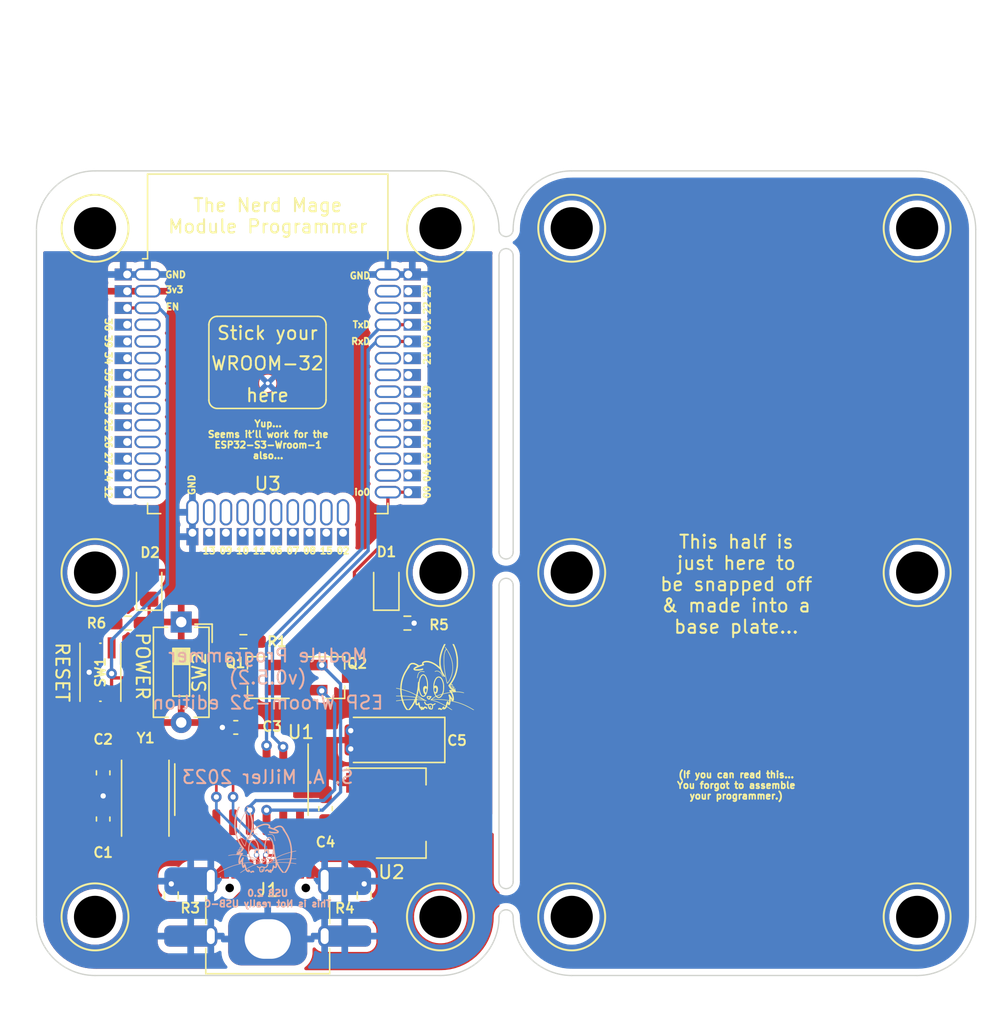
<source format=kicad_pcb>
(kicad_pcb (version 20211014) (generator pcbnew)
  (layers (0 "F.Cu" signal) (31 "B.Cu" signal) (34 "B.Paste" user) (35 "F.Paste" user) (36 "B.SilkS" user "B.Silkscreen") (37 "F.SilkS" user "F.Silkscreen") (38 "B.Mask" user) (39 "F.Mask" user) (44 "Edge.Cuts" user))
  (net 0 "")
  (net 1 "GND")
  (net 2 "Net-(C1-Pad1)")
  (net 3 "Net-(C2-Pad1)")
  (net 4 "RxD")
  (net 5 "TxD")
  (net 6 "RST")
  (net 7 "io0")
  (net 8 "DCD")
  (net 9 "RI")
  (net 10 "DSR")
  (net 11 "CTS")
  (net 12 "DTR")
  (net 13 "RTS")
  (net 14 "Vcc")
  (net 15 "UD+")
  (net 16 "UD-")
  (net 17 "+3.3V")
  (net 20 "Vsw")
  (net 23 "CC1")
  (net 24 "CC2")
  (net 25 "Net-(D1-Pad1)")
  (net 26 "Net-(D2-Pad1)")
  (footprint "Tinker:Mount" (layer "F.Cu") (at 163.108 67.919546)
    (fp_text reference "REF**" hide)
    (fp_text value "Mount" hide)
    (pad "" np_thru_hole circle (at 0 0) (size 3.2 3.2) (drill 3.2) (layers *.Mask))
  )
  (footprint "Tinker:C_0603_1608Metric_Pad1.08x0.95mm_HandSolder" (layer "F.Cu") (at 137.51 109.217455 -90)
    (fp_text reference "C2" (at -2.54 0) (layer "F.SilkS") (effects (font (size 0.75 0.75))))
    (fp_text value "20p")
    (pad "1" smd roundrect (at -1.0625 0 270) (size 1.275 0.95) (layers "F.Cu" "F.Paste" "F.Mask") (net 3 "Net-(C2-Pad1)"))
    (pad "2" smd roundrect (at 1.0625 0 270) (size 1.275 0.95) (layers "F.Cu" "F.Paste" "F.Mask") (net 1 "GND"))
  )
  (footprint "Capacitor_Tantalum_SMD:CP_EIA-6032-28_Kemet-C_Pad2.25x2.35mm_HandSolder" (layer "F.Cu") (at 159.505545 106.722019 180)
    (fp_text reference "C5" (at -4.857981 -0.04394) (layer "F.SilkS") (effects (font (size 0.75 0.75))))
    (fp_text value "22uf")
    (pad "1" smd roundrect (at -2.55 0 180) (size 2.25 2.35) (layers "F.Cu" "F.Paste" "F.Mask") (roundrect_rratio 0.1111111111) (net 17 "+3.3V"))
    (pad "2" smd roundrect (at 2.55 0 180) (size 2.25 2.35) (layers "F.Cu" "F.Paste" "F.Mask") (roundrect_rratio 0.1111111111) (net 1 "GND"))
  )
  (footprint "Tinker:Mount" (layer "F.Cu") (at 136.892 120.139455)
    (fp_text reference "REF**" hide)
    (fp_text value "Mount" hide)
    (pad "" np_thru_hole circle (at 0 0) (size 3.2 3.2) (drill 3.2) (layers *.Mask))
  )
  (footprint "Tinker:USB_C_Receptacle_HRO_TYPE-C-31-M-12" (layer "F.Cu") (at 150 120.547455)
    (fp_text reference "J1" (at 0 -2.44) (layer "F.SilkS"))
    (fp_text value "USB_C_Receptacle_USB2.0")
    (pad "" np_thru_hole circle (at -2.89 -2.6) (size 0.65 0.65) (drill 0.65) (layers *.Mask))
    (pad "" np_thru_hole circle (at 2.89 -2.6) (size 0.65 0.65) (drill 0.65) (layers *.Mask))
    (pad "A1" smd rect (at -3.25 -4.045) (size 0.6 1.45) (layers "F.Cu" "F.Paste" "F.Mask") (net 1 "GND"))
    (pad "A4" smd rect (at -2.45 -4.045) (size 0.6 1.45) (layers "F.Cu" "F.Paste" "F.Mask") (net 14 "Vcc"))
    (pad "A5" smd rect (at -1.25 -4.045) (size 0.3 1.45) (layers "F.Cu" "F.Paste" "F.Mask") (net 23 "CC1"))
    (pad "A6" smd rect (at -0.25 -4.045) (size 0.3 1.45) (layers "F.Cu" "F.Paste" "F.Mask") (net 15 "UD+"))
    (pad "A7" smd rect (at 0.25 -4.045) (size 0.3 1.45) (layers "F.Cu" "F.Paste" "F.Mask") (net 16 "UD-"))
    (pad "A8" smd rect (at 1.25 -4.045) (size 0.3 1.45) (layers "F.Cu" "F.Paste" "F.Mask"))
    (pad "A9" smd rect (at 2.45 -4.045) (size 0.6 1.45) (layers "F.Cu" "F.Paste" "F.Mask") (net 14 "Vcc"))
    (pad "A12" smd rect (at 3.25 -4.045) (size 0.6 1.45) (layers "F.Cu" "F.Paste" "F.Mask") (net 1 "GND"))
    (pad "B1" smd rect (at 3.25 -4.045) (size 0.6 1.45) (layers "F.Cu" "F.Paste" "F.Mask") (net 1 "GND"))
    (pad "B4" smd rect (at 2.45 -4.045) (size 0.6 1.45) (layers "F.Cu" "F.Paste" "F.Mask") (net 14 "Vcc"))
    (pad "B5" smd rect (at 1.75 -4.045) (size 0.3 1.45) (layers "F.Cu" "F.Paste" "F.Mask") (net 24 "CC2"))
    (pad "B6" smd rect (at 0.75 -4.045) (size 0.3 1.45) (layers "F.Cu" "F.Paste" "F.Mask") (net 15 "UD+"))
    (pad "B7" smd rect (at -0.75 -4.045) (size 0.3 1.45) (layers "F.Cu" "F.Paste" "F.Mask") (net 16 "UD-"))
    (pad "B8" smd rect (at -1.75 -4.045) (size 0.3 1.45) (layers "F.Cu" "F.Paste" "F.Mask"))
    (pad "B9" smd rect (at -2.45 -4.045) (size 0.6 1.45) (layers "F.Cu" "F.Paste" "F.Mask") (net 14 "Vcc"))
    (pad "B12" smd rect (at -3.25 -4.045) (size 0.6 1.45) (layers "F.Cu" "F.Paste" "F.Mask") (net 1 "GND"))
    (pad "S1" smd roundrect (at -5.846965 -3.118205) (size 4 2.1) (layers "B.Cu" "B.Paste" "B.Mask") (net 1 "GND"))
    (pad "S1" thru_hole oval (at 4.32 -3.13) (size 1 2.1) (drill oval 0.6 1.7) (layers *.Cu *.Mask) (net 1 "GND"))
    (pad "S1" smd roundrect (at 5.096965 -3.118205) (size 2.5 2.1) (layers "F.Cu" "F.Paste" "F.Mask") (net 1 "GND"))
    (pad "S1" smd roundrect (at -5.846965 1.05) (size 4 1.6) (layers "F.Cu" "F.Paste" "F.Mask") (net 1 "GND"))
    (pad "S1" smd roundrect (at -5.846965 1.05) (size 4 1.6) (layers "B.Cu" "B.Paste" "B.Mask") (net 1 "GND"))
    (pad "S1" thru_hole oval (at 4.32 1.05) (size 1 1.6) (drill oval 0.6 1.2) (layers *.Cu *.Mask) (net 1 "GND"))
    (pad "S1" thru_hole oval (at -4.32 1.05) (size 1 1.6) (drill oval 0.6 1.2) (layers *.Cu *.Mask) (net 1 "GND"))
    (pad "S1" thru_hole oval (at -4.32 -3.13) (size 1 2.1) (drill oval 0.6 1.7) (layers *.Cu *.Mask) (net 1 "GND"))
    (pad "S1" smd roundrect (at 5.846965 1.05) (size 4 1.6) (layers "B.Cu" "B.Paste" "B.Mask") (net 1 "GND"))
    (pad "S1" smd roundrect (at 5.846965 1.05) (size 4 1.6) (layers "F.Cu" "F.Paste" "F.Mask") (net 1 "GND"))
    (pad "S1" thru_hole roundrect (at 0 1.27 180) (size 6 4) (drill oval 3.5 3) (layers *.Cu *.Mask) (net 1 "GND"))
    (pad "S1" smd roundrect (at 5.846965 -3.118205) (size 4 2.1) (layers "B.Cu" "B.Paste" "B.Mask") (net 1 "GND"))
    (pad "S1" smd roundrect (at -5.096965 -3.118205) (size 2.5 2.1) (layers "F.Cu" "F.Paste" "F.Mask") (net 1 "GND"))
  )
  (footprint "Tinker:Mount" (layer "F.Cu") (at 199.288 94.029455)
    (fp_text reference "REF**" hide)
    (fp_text value "Mount" hide)
    (pad "" np_thru_hole circle (at 0 0) (size 3.2 3.2) (drill 3.2) (layers *.Mask))
  )
  (footprint "Tinker:Mount" (layer "F.Cu") (at 163.108 120.139455)
    (fp_text reference "REF**" hide)
    (fp_text value "Mount" hide)
    (pad "" np_thru_hole circle (at 0 0) (size 3.2 3.2) (drill 3.2) (layers *.Mask))
  )
  (footprint "Crystal:Crystal_SMD_5032-2Pin_5.0x3.2mm" (layer "F.Cu") (at 140.706663 110.967455 90)
    (fp_text reference "Y1" (at 4.39 0.031943) (layer "F.SilkS") (effects (font (size 0.75 0.75))))
    (fp_text value "12M")
    (pad "1" smd rect (at -2.35 0 90) (size 3 2.4) (layers "F.Cu" "F.Paste" "F.Mask") (net 2 "Net-(C1-Pad1)"))
    (pad "2" smd rect (at 2.35 0 90) (size 3 2.4) (layers "F.Cu" "F.Paste" "F.Mask") (net 3 "Net-(C2-Pad1)"))
  )
  (footprint "Tinker:Mount" (layer "F.Cu") (at 173.072 120.139455)
    (fp_text reference "REF**" hide)
    (fp_text value "Mount" hide)
    (pad "" np_thru_hole circle (at 0 0) (size 3.2 3.2) (drill 3.2) (layers *.Mask))
  )
  (footprint "Package_TO_SOT_SMD:SOT-23_Handsoldering" (layer "F.Cu") (at 149.221453 101.990491 180)
    (fp_text reference "Q1" (at 1.674448 1.113434) (layer "F.SilkS") (effects (font (size 0.75 0.75))))
    (fp_text value "MMBT3904")
    (pad "1" smd rect (at -1.5 -0.95 180) (size 1.9 0.8) (layers "F.Cu" "F.Paste" "F.Mask") (net 12 "DTR"))
    (pad "2" smd rect (at -1.5 0.95 180) (size 1.9 0.8) (layers "F.Cu" "F.Paste" "F.Mask") (net 13 "RTS"))
    (pad "3" smd rect (at 1.5 0 180) (size 1.9 0.8) (layers "F.Cu" "F.Paste" "F.Mask") (net 6 "RST"))
  )
  (footprint "Tinker:R_0603_1608Metric_Pad0.98x0.95mm_HandSolder" (layer "F.Cu") (at 142.68 118.507455 90)
    (fp_text reference "R3" (at -0.9668 1.439812) (layer "F.SilkS") (effects (font (size 0.75 0.75))))
    (fp_text value "5k1")
    (pad "1" smd roundrect (at -1.0625 0 90) (size 1.275 0.95) (layers "F.Cu" "F.Paste" "F.Mask") (net 23 "CC1"))
    (pad "2" smd roundrect (at 1.0625 0 90) (size 1.275 0.95) (layers "F.Cu" "F.Paste" "F.Mask") (net 1 "GND"))
  )
  (footprint "Tinker:R_0603_1608Metric_Pad0.98x0.95mm_HandSolder" (layer "F.Cu") (at 157.32 118.507455 90)
    (fp_text reference "R4" (at -0.979818 -1.470937) (layer "F.SilkS") (effects (font (size 0.75 0.75))))
    (fp_text value "5k1")
    (pad "1" smd roundrect (at -1.0625 0 90) (size 1.275 0.95) (layers "F.Cu" "F.Paste" "F.Mask") (net 24 "CC2"))
    (pad "2" smd roundrect (at 1.0625 0 90) (size 1.275 0.95) (layers "F.Cu" "F.Paste" "F.Mask") (net 1 "GND"))
  )
  (footprint "Tinker:Mount" (layer "F.Cu") (at 136.892 94.029455)
    (fp_text reference "REF**" hide)
    (fp_text value "Mount" hide)
    (pad "" np_thru_hole circle (at 0 0) (size 3.2 3.2) (drill 3.2) (layers *.Mask))
  )
  (footprint "Tinker:SW_DIP_SPSTx01_Slide_6.7x4.1mm_W7.62mm_P2.54mm_LowProfile" (layer "F.Cu") (at 143.433 101.590491 -90)
    (fp_text reference "SW2" (at 0.009624 -1.373823 90) (layer "F.SilkS"))
    (fp_text value "SW_DIP_x01")
    (pad "1" thru_hole rect (at -3.81 0 270) (size 1.6 1.6) (drill 0.8) (layers *.Cu *.Mask) (net 20 "Vsw"))
    (pad "2" thru_hole oval (at 3.81 0 270) (size 1.6 1.6) (drill 0.8) (layers *.Cu *.Mask) (net 17 "+3.3V"))
  )
  (footprint "Tinker:C_0603_1608Metric_Pad1.08x0.95mm_HandSolder" (layer "F.Cu") (at 154.387518 111.930933 90)
    (fp_text reference "C4" (at -2.54 0) (layer "F.SilkS") (effects (font (size 0.75 0.75))))
    (fp_text value "100nf")
    (pad "1" smd roundrect (at -1.0625 0 90) (size 1.275 0.95) (layers "F.Cu" "F.Paste" "F.Mask") (net 14 "Vcc"))
    (pad "2" smd roundrect (at 1.0625 0 90) (size 1.275 0.95) (layers "F.Cu" "F.Paste" "F.Mask") (net 1 "GND"))
  )
  (footprint "Package_SO:SOIC-16_3.9x9.9mm_P1.27mm" (layer "F.Cu") (at 148.005 110.487455 -90)
    (fp_text reference "U1" (at -4.358951 -4.515147) (layer "F.SilkS"))
    (fp_text value "CH340G")
    (pad "1" smd roundrect (at -2.475 -4.445 270) (size 1.95 0.6) (layers "F.Cu" "F.Paste" "F.Mask") (net 1 "GND"))
    (pad "2" smd roundrect (at -2.475 -3.175 270) (size 1.95 0.6) (layers "F.Cu" "F.Paste" "F.Mask") (net 4 "RxD"))
    (pad "3" smd roundrect (at -2.475 -1.905 270) (size 1.95 0.6) (layers "F.Cu" "F.Paste" "F.Mask") (net 5 "TxD"))
    (pad "4" smd roundrect (at -2.475 -0.635 270) (size 1.95 0.6) (layers "F.Cu" "F.Paste" "F.Mask") (net 17 "+3.3V"))
    (pad "5" smd roundrect (at -2.475 0.635 270) (size 1.95 0.6) (layers "F.Cu" "F.Paste" "F.Mask") (net 15 "UD+"))
    (pad "6" smd roundrect (at -2.475 1.905 270) (size 1.95 0.6) (layers "F.Cu" "F.Paste" "F.Mask") (net 16 "UD-"))
    (pad "7" smd roundrect (at -2.475 3.175 270) (size 1.95 0.6) (layers "F.Cu" "F.Paste" "F.Mask") (net 2 "Net-(C1-Pad1)"))
    (pad "8" smd roundrect (at -2.475 4.445 270) (size 1.95 0.6) (layers "F.Cu" "F.Paste" "F.Mask") (net 3 "Net-(C2-Pad1)"))
    (pad "9" smd roundrect (at 2.475 4.445 270) (size 1.95 0.6) (layers "F.Cu" "F.Paste" "F.Mask") (net 11 "CTS"))
    (pad "10" smd roundrect (at 2.475 3.175 270) (size 1.95 0.6) (layers "F.Cu" "F.Paste" "F.Mask") (net 10 "DSR"))
    (pad "11" smd roundrect (at 2.475 1.905 270) (size 1.95 0.6) (layers "F.Cu" "F.Paste" "F.Mask") (net 9 "RI"))
    (pad "12" smd roundrect (at 2.475 0.635 270) (size 1.95 0.6) (layers "F.Cu" "F.Paste" "F.Mask") (net 8 "DCD"))
    (pad "13" smd roundrect (at 2.475 -0.635 270) (size 1.95 0.6) (layers "F.Cu" "F.Paste" "F.Mask") (net 12 "DTR"))
    (pad "14" smd roundrect (at 2.475 -1.905 270) (size 1.95 0.6) (layers "F.Cu" "F.Paste" "F.Mask") (net 13 "RTS"))
    (pad "15" smd roundrect (at 2.475 -3.175 270) (size 1.95 0.6) (layers "F.Cu" "F.Paste" "F.Mask"))
    (pad "16" smd roundrect (at 2.475 -4.445 270) (size 1.95 0.6) (layers "F.Cu" "F.Paste" "F.Mask") (net 14 "Vcc"))
  )
  (footprint "Tinker:R_0603_1608Metric_Pad0.98x0.95mm_HandSolder" (layer "F.Cu") (at 160.6 97.862287)
    (fp_text reference "R5" (at 2.4 0.134539 180) (layer "F.SilkS") (effects (font (size 0.75 0.75))))
    (fp_text value "2K2")
    (pad "1" smd roundrect (at -1.0625 0) (size 1.275 0.95) (layers "F.Cu" "F.Paste" "F.Mask") (net 25 "Net-(D1-Pad1)"))
    (pad "2" smd roundrect (at 1.0625 0) (size 1.275 0.95) (layers "F.Cu" "F.Paste" "F.Mask") (net 1 "GND"))
  )
  (footprint "Rabbit:rabbit" (layer "F.Cu") (at 163.073996 101.952784)
    (fp_text reference "G***" hide)
    (fp_text value "LOGO" hide)
  )
  (footprint "Tinker:Mount" (layer "F.Cu") (at 173.072 67.919546)
    (fp_text reference "REF**" hide)
    (fp_text value "Mount" hide)
    (pad "" np_thru_hole circle (at 0 0) (size 3.2 3.2) (drill 3.2) (layers *.Mask))
  )
  (footprint "Tinker:Mount" (layer "F.Cu") (at 173.072 94.029455)
    (fp_text reference "REF**" hide)
    (fp_text value "Mount" hide)
    (pad "" np_thru_hole circle (at 0 0) (size 3.2 3.2) (drill 3.2) (layers *.Mask))
  )
  (footprint "Tinker:SW_Push_TS273014TP" (layer "F.Cu") (at 137.3 101.590491 -90)
    (fp_text reference "SW1" (at 0 0 90) (layer "F.SilkS") (effects (font (size 0.75 0.75))))
    (fp_text value "SW_Push")
    (pad "1" smd rect (at -1.85 -0.85 270) (size 1.6 0.6) (layers "F.Cu" "F.Paste" "F.Mask") (net 6 "RST"))
    (pad "1" smd rect (at 1.85 -0.85 270) (size 1.6 0.6) (layers "F.Cu" "F.Paste" "F.Mask") (net 6 "RST"))
    (pad "2" smd rect (at -1.85 0.85 270) (size 1.6 0.6) (layers "F.Cu" "F.Paste" "F.Mask") (net 1 "GND"))
    (pad "2" smd rect (at 1.85 0.85 270) (size 1.6 0.6) (layers "F.Cu" "F.Paste" "F.Mask") (net 1 "GND"))
  )
  (footprint "Tinker:Mount" (layer "F.Cu") (at 136.892 67.919546)
    (fp_text reference "REF**" hide)
    (fp_text value "Mount" hide)
    (pad "" np_thru_hole circle (at 0 0) (size 3.2 3.2) (drill 3.2) (layers *.Mask))
  )
  (footprint "Package_TO_SOT_SMD:SOT-23_Handsoldering" (layer "F.Cu") (at 155.08 101.994172)
    (fp_text reference "Q2" (at 1.710332 -1.073861) (layer "F.SilkS") (effects (font (size 0.75 0.75))))
    (fp_text value "MMBT3904")
    (pad "1" smd rect (at -1.5 -0.95) (size 1.9 0.8) (layers "F.Cu" "F.Paste" "F.Mask") (net 13 "RTS"))
    (pad "2" smd rect (at -1.5 0.95) (size 1.9 0.8) (layers "F.Cu" "F.Paste" "F.Mask") (net 12 "DTR"))
    (pad "3" smd rect (at 1.5 0) (size 1.9 0.8) (layers "F.Cu" "F.Paste" "F.Mask") (net 7 "io0"))
  )
  (footprint "Tinker:R_0603_1608Metric_Pad0.98x0.95mm_HandSolder" (layer "F.Cu") (at 139.4 97.862287 180)
    (fp_text reference "R6" (at 2.4 -0.00632 180) (layer "F.SilkS") (effects (font (size 0.75 0.75))))
    (fp_text value "2K2")
    (pad "1" smd roundrect (at -1.0625 0 180) (size 1.275 0.95) (layers "F.Cu" "F.Paste" "F.Mask") (net 26 "Net-(D2-Pad1)"))
    (pad "2" smd roundrect (at 1.0625 0 180) (size 1.275 0.95) (layers "F.Cu" "F.Paste" "F.Mask") (net 1 "GND"))
  )
  (footprint "Tinker:Mount" (layer "F.Cu") (at 199.288 67.919546)
    (fp_text reference "REF**" hide)
    (fp_text value "Mount" hide)
    (pad "" np_thru_hole circle (at 0 0) (size 3.2 3.2) (drill 3.2) (layers *.Mask))
  )
  (footprint "LED_SMD:LED_0805_2012Metric_Pad1.15x1.40mm_HandSolder" (layer "F.Cu") (at 159 95.025 90)
    (fp_text reference "D1" (at 2.560701 0.00966) (layer "F.SilkS") (effects (font (size 0.75 0.75))))
    (fp_text value "LED")
    (pad "1" smd roundrect (at -1.025 0 90) (size 1.15 1.4) (layers "F.Cu" "F.Paste" "F.Mask") (roundrect_rratio 0.2173913043) (net 25 "Net-(D1-Pad1)"))
    (pad "2" smd roundrect (at 1.025 0 90) (size 1.15 1.4) (layers "F.Cu" "F.Paste" "F.Mask") (roundrect_rratio 0.2173913043) (net 17 "+3.3V"))
  )
  (footprint "Tinker:C_0603_1608Metric_Pad1.08x0.95mm_HandSolder" (layer "F.Cu") (at 137.51 112.717455 90)
    (fp_text reference "C1" (at -2.54 0) (layer "F.SilkS") (effects (font (size 0.75 0.75))))
    (fp_text value "20p")
    (pad "1" smd roundrect (at -1.0625 0 90) (size 1.275 0.95) (layers "F.Cu" "F.Paste" "F.Mask") (net 2 "Net-(C1-Pad1)"))
    (pad "2" smd roundrect (at 1.0625 0 90) (size 1.275 0.95) (layers "F.Cu" "F.Paste" "F.Mask") (net 1 "GND"))
  )
  (footprint "LED_SMD:LED_0805_2012Metric_Pad1.15x1.40mm_HandSolder" (layer "F.Cu") (at 141 95.025 90)
    (fp_text reference "D2" (at 2.511709 0.071764 180) (layer "F.SilkS") (effects (font (size 0.75 0.75))))
    (fp_text value "LED")
    (pad "1" smd roundrect (at -1.025 0 90) (size 1.15 1.4) (layers "F.Cu" "F.Paste" "F.Mask") (roundrect_rratio 0.2173913043) (net 26 "Net-(D2-Pad1)"))
    (pad "2" smd roundrect (at 1.025 0 90) (size 1.15 1.4) (layers "F.Cu" "F.Paste" "F.Mask") (roundrect_rratio 0.2173913043) (net 20 "Vsw"))
  )
  (footprint "Tinker:Mount" (layer "F.Cu") (at 199.288 120.139455)
    (fp_text reference "REF**" hide)
    (fp_text value "Mount" hide)
    (pad "" np_thru_hole circle (at 0 0) (size 3.2 3.2) (drill 3.2) (layers *.Mask))
  )
  (footprint "Package_TO_SOT_SMD:SOT-223-3_TabPin2" (layer "F.Cu") (at 160.105545 112.273364)
    (fp_text reference "U2" (at -0.711477 4.476729) (layer "F.SilkS"))
    (fp_text value "AMS1117-3.3")
    (pad "1" smd rect (at -3.15 -2.3) (size 2 1.5) (layers "F.Cu" "F.Paste" "F.Mask") (net 1 "GND"))
    (pad "2" smd rect (at -3.15 0) (size 2 1.5) (layers "F.Cu" "F.Paste" "F.Mask") (net 17 "+3.3V"))
    (pad "2" smd rect (at 3.15 0) (size 2 3.8) (layers "F.Cu" "F.Paste" "F.Mask") (net 17 "+3.3V"))
    (pad "3" smd rect (at -3.15 2.3) (size 2 1.5) (layers "F.Cu" "F.Paste" "F.Mask") (net 14 "Vcc"))
  )
  (footprint "Tinker:C_0603_1608Metric_Pad1.08x0.95mm_HandSolder" (layer "F.Cu") (at 147.57359 105.77372 180)
    (fp_text reference "C3" (at -2.75772 0.06892) (layer "F.SilkS") (effects (font (size 0.75 0.75))))
    (fp_text value "10nf")
    (pad "1" smd roundrect (at -1.0625 0 180) (size 1.275 0.95) (layers "F.Cu" "F.Paste" "F.Mask") (net 17 "+3.3V"))
    (pad "2" smd roundrect (at 1.0625 0 180) (size 1.275 0.95) (layers "F.Cu" "F.Paste" "F.Mask") (net 1 "GND"))
  )
  (footprint "Tinker:ESP32-WROOM-32 (FlexyPin)" (layer "F.Cu") (at 150 79.68)
    (fp_text reference "U3" (at 0 7.62) (layer "F.SilkS"))
    (fp_text value "ESP32-WROOM-32")
    (fp_text user "14" (at -12.1 6.985 270 unlocked) (layer "F.SilkS") (effects (font (size 0.5 0.5) (thickness 0.125))))
    (fp_text user "EN" (at -7.793853 -5.805602) (layer "F.SilkS") (effects (font (size 0.5 0.5) (thickness 0.125)) (justify left)))
    (fp_text user "33" (at -12.1 1.905 270 unlocked) (layer "F.SilkS") (effects (font (size 0.5 0.5) (thickness 0.125))))
    (fp_text user "01" (at 12.1 -4.445 90 unlocked) (layer "F.SilkS") (effects (font (size 0.5 0.5) (thickness 0.125))))
    (fp_text user "04" (at 12.1 6.985 90 unlocked) (layer "F.SilkS") (effects (font (size 0.5 0.5) (thickness 0.125))))
    (fp_text user "36" (at -12.1 -4.445 270 unlocked) (layer "F.SilkS") (effects (font (size 0.5 0.5) (thickness 0.125))))
    (fp_text user "19" (at 12.1 0.635 90 unlocked) (layer "F.SilkS") (effects (font (size 0.5 0.5) (thickness 0.125))))
    (fp_text user "27" (at -12.1 5.715 270 unlocked) (layer "F.SilkS") (effects (font (size 0.5 0.5) (thickness 0.125))))
    (fp_text user "21" (at 12.1 -1.905 90 unlocked) (layer "F.SilkS") (effects (font (size 0.5 0.5) (thickness 0.125))))
    (fp_text user "39" (at -12.1 -3.175 270 unlocked) (layer "F.SilkS") (effects (font (size 0.5 0.5) (thickness 0.125))))
    (fp_text user "17" (at 12.1 4.445 90 unlocked) (layer "F.SilkS") (effects (font (size 0.5 0.5) (thickness 0.125))))
    (fp_text user "here" (at -0.020096 0.905001 unlocked) (layer "F.SilkS"))
    (fp_text user "03" (at 12.1 -3.175 90 unlocked) (layer "F.SilkS") (effects (font (size 0.5 0.5) (thickness 0.125))))
    (fp_text user "WROOM-32" (at -0.020096 -1.507597 unlocked) (layer "F.SilkS"))
    (fp_text user "15" (at 4.445 12.7 unlocked) (layer "F.SilkS") (effects (font (size 0.5 0.5) (thickness 0.125))))
    (fp_text user "3v3" (at -7.834362 -7.101881) (layer "F.SilkS") (effects (font (size 0.5 0.5) (thickness 0.125)) (justify left)))
    (fp_text user "34" (at -12.1 -1.905 270 unlocked) (layer "F.SilkS") (effects (font (size 0.5 0.5) (thickness 0.125))))
    (fp_text user "26" (at -12.1 4.445 270 unlocked) (layer "F.SilkS") (effects (font (size 0.5 0.5) (thickness 0.125))))
    (fp_text user "11" (at -0.635 12.7 unlocked) (layer "F.SilkS") (effects (font (size 0.5 0.5) (thickness 0.125))))
    (fp_text user "32" (at -12.1 0.635 270 unlocked) (layer "F.SilkS") (effects (font (size 0.5 0.5) (thickness 0.125))))
    (fp_text user "35" (at -12.1 -0.635 270 unlocked) (layer "F.SilkS") (effects (font (size 0.5 0.5) (thickness 0.125))))
    (fp_text user "io0" (at 7.834362 8.255 180) (layer "F.SilkS") (effects (font (size 0.5 0.5) (thickness 0.125)) (justify right)))
    (fp_text user "08" (at 3.175 12.7 unlocked) (layer "F.SilkS") (effects (font (size 0.5 0.5) (thickness 0.125))))
    (fp_text user "06" (at 0.635 12.7 unlocked) (layer "F.SilkS") (effects (font (size 0.5 0.5) (thickness 0.125))))
    (fp_text user "00" (at 12.1 8.255 90 unlocked) (layer "F.SilkS") (effects (font (size 0.5 0.5) (thickness 0.125))))
    (fp_text user "09" (at -3.175 12.7 unlocked) (layer "F.SilkS") (effects (font (size 0.5 0.5) (thickness 0.125))))
    (fp_text user "13" (at -4.445 12.7 unlocked) (layer "F.SilkS") (effects (font (size 0.5 0.5) (thickness 0.125))))
    (fp_text user "22" (at 12.1 -5.715 90 unlocked) (layer "F.SilkS") (effects (font (size 0.5 0.5) (thickness 0.125))))
    (fp_text user "GND" (at -7.834362 -8.236124) (layer "F.SilkS") (effects (font (size 0.5 0.5) (thickness 0.125)) (justify left)))
    (fp_text user "TxD" (at 7.834362 -4.450617) (layer "F.SilkS") (effects (font (size 0.5 0.5) (thickness 0.125)) (justify right)))
    (fp_text user "10" (at -1.905 12.7 unlocked) (layer "F.SilkS") (effects (font (size 0.5 0.5) (thickness 0.125))))
    (fp_text user "18" (at 12.1 1.905 90 unlocked) (layer "F.SilkS") (effects (font (size 0.5 0.5) (thickness 0.125))))
    (fp_text user "Stick your" (at -0.020096 -3.81 unlocked) (layer "F.SilkS"))
    (fp_text user "23" (at 12.1 -6.985 90 unlocked) (layer "F.SilkS") (effects (font (size 0.5 0.5) (thickness 0.125))))
    (fp_text user "07" (at 1.905 12.7 unlocked) (layer "F.SilkS") (effects (font (size 0.5 0.5) (thickness 0.125))))
    (fp_text user "GND" (at -5.758591 8.537446 90) (layer "F.SilkS") (effects (font (size 0.5 0.5) (thickness 0.125)) (justify left)))
    (fp_text user "16" (at 12.1 5.715 90 unlocked) (layer "F.SilkS") (effects (font (size 0.5 0.5) (thickness 0.125))))
    (fp_text user "02" (at 5.715 12.7 unlocked) (layer "F.SilkS") (effects (font (size 0.5 0.5) (thickness 0.125))))
    (fp_text user "25" (at -12.1 3.175 270 unlocked) (layer "F.SilkS") (effects (font (size 0.5 0.5) (thickness 0.125))))
    (fp_text user "GND" (at 7.847797 -8.159455) (layer "F.SilkS") (effects (font (size 0.5 0.5) (thickness 0.125)) (justify right)))
    (fp_text user "RxD" (at 7.834362 -3.180617) (layer "F.SilkS") (effects (font (size 0.5 0.5) (thickness 0.125)) (justify right)))
    (fp_text user "12" (at -12.1 8.255 270 unlocked) (layer "F.SilkS") (effects (font (size 0.5 0.5) (thickness 0.125))))
    (fp_text user "05" (at 12.1 3.175 90 unlocked) (layer "F.SilkS") (effects (font (size 0.5 0.5) (thickness 0.125))))
    (pad "" thru_hole oval (at 3.175 9.78 90) (size 2 0.95) (drill oval 1.7 0.65) (layers *.Cu *.Mask))
    (pad "" thru_hole oval (at 9.12 1.905 180) (size 2 0.95) (drill oval 1.7 0.65) (layers *.Cu *.Mask))
    (pad "" thru_hole oval (at 9.12 0.635 180) (size 2 0.95) (drill oval 1.7 0.65) (layers *.Cu *.Mask))
    (pad "" thru_hole oval (at 5.715 9.78 90) (size 2 0.95) (drill oval 1.7 0.65) (layers *.Cu *.Mask))
    (pad "" thru_hole oval (at 9.12 -1.905 180) (size 2 0.95) (drill oval 1.7 0.65) (layers *.Cu *.Mask))
    (pad "" thru_hole oval (at 9.12 -0.635 180) (size 2 0.95) (drill oval 1.7 0.65) (layers *.Cu *.Mask))
    (pad "" thru_hole oval (at 9.12 -5.715 180) (size 2 0.95) (drill oval 1.7 0.65) (layers *.Cu *.Mask))
    (pad "" thru_hole oval (at -0.635 9.78 90) (size 2 0.95) (drill oval 1.7 0.65) (layers *.Cu *.Mask))
    (pad "" thru_hole oval (at -3.175 9.78 90) (size 2 0.95) (drill oval 1.7 0.65) (layers *.Cu *.Mask))
    (pad "" thru_hole oval (at 4.445 9.78 90) (size 2 0.95) (drill oval 1.7 0.65) (layers *.Cu *.Mask))
    (pad "" thru_hole oval (at -9.12 3.175) (size 2 0.95) (drill oval 1.7 0.65) (layers *.Cu *.Mask))
    (pad "" thru_hole oval (at 1.905 9.78 90) (size 2 0.95) (drill oval 1.7 0.65) (layers *.Cu *.Mask))
    (pad "" thru_hole oval (at -1.905 9.78 90) (size 2 0.95) (drill oval 1.7 0.65) (layers *.Cu *.Mask))
    (pad "" thru_hole oval (at 9.12 3.175 180) (size 2 0.95) (drill oval 1.7 0.65) (layers *.Cu *.Mask))
    (pad "" thru_hole oval (at -9.12 -1.905) (size 2 0.95) (drill oval 1.7 0.65) (layers *.Cu *.Mask))
    (pad "" thru_hole oval (at 9.12 -6.985 180) (size 2 0.95) (drill oval 1.7 0.65) (layers *.Cu *.Mask))
    (pad "" thru_hole oval (at 9.12 4.445 180) (size 2 0.95) (drill oval 1.7 0.65) (layers *.Cu *.Mask))
    (pad "" thru_hole oval (at -4.445 9.78 90) (size 2 0.95) (drill oval 1.7 0.65) (layers *.Cu *.Mask))
    (pad "" thru_hole oval (at 9.12 6.985 180) (size 2 0.95) (drill oval 1.7 0.65) (layers *.Cu *.Mask))
    (pad "" thru_hole oval (at -9.12 8.255) (size 2 0.95) (drill oval 1.7 0.65) (layers *.Cu *.Mask))
    (pad "" thru_hole oval (at 9.12 5.715 180) (size 2 0.95) (drill oval 1.7 0.65) (layers *.Cu *.Mask))
    (pad "" thru_hole oval (at -9.12 -0.635) (size 2 0.95) (drill oval 1.7 0.65) (layers *.Cu *.Mask))
    (pad "" thru_hole oval (at -9.12 -4.445) (size 2 0.95) (drill oval 1.7 0.65) (layers *.Cu *.Mask))
    (pad "" thru_hole oval (at -9.12 4.445) (size 2 0.95) (drill oval 1.7 0.65) (layers *.Cu *.Mask))
    (pad "" thru_hole oval (at -9.12 1.905) (size 2 0.95) (drill oval 1.7 0.65) (layers *.Cu *.Mask))
    (pad "" thru_hole oval (at -9.12 5.715) (size 2 0.95) (drill oval 1.7 0.65) (layers *.Cu *.Mask))
    (pad "" thru_hole oval (at -9.12 -3.175) (size 2 0.95) (drill oval 1.7 0.65) (layers *.Cu *.Mask))
    (pad "" thru_hole oval (at -9.12 6.985) (size 2 0.95) (drill oval 1.7 0.65) (layers *.Cu *.Mask))
    (pad "" thru_hole oval (at 0.635 9.78 90) (size 2 0.95) (drill oval 1.7 0.65) (layers *.Cu *.Mask))
    (pad "" thru_hole oval (at -9.12 0.635) (size 2 0.95) (drill oval 1.7 0.65) (layers *.Cu *.Mask))
    (pad "1" thru_hole oval (at -9.12 -8.255) (size 2 0.95) (drill oval 1.7 0.65) (layers *.Cu *.Mask) (net 1 "GND"))
    (pad "1" thru_hole rect (at -10.67 -8.255) (size 1.3 0.9) (drill 0.6 (offset -0.3 0)) (layers *.Cu *.Mask) (net 1 "GND"))
    (pad "2" thru_hole oval (at -9.12 -6.985) (size 2 0.95) (drill oval 1.7 0.65) (layers *.Cu *.Mask) (net 20 "Vsw"))
    (pad "2" thru_hole rect (at -10.67 -6.985) (size 1.3 0.9) (drill 0.6 (offset -0.3 0)) (layers *.Cu *.Mask) (net 20 "Vsw"))
    (pad "3" thru_hole rect (at -10.67 -5.715) (size 1.3 0.9) (drill 0.6 (offset -0.3 0)) (layers *.Cu *.Mask) (net 6 "RST"))
    (pad "3" thru_hole oval (at -9.12 -5.715) (size 2 0.95) (drill oval 1.7 0.65) (layers *.Cu *.Mask) (net 6 "RST"))
    (pad "4" thru_hole rect (at -10.67 -4.445) (size 1.3 0.9) (drill 0.6 (offset -0.3 0)) (layers *.Cu *.Mask))
    (pad "5" thru_hole rect (at -10.67 -3.175) (size 1.3 0.9) (drill 0.6 (offset -0.3 0)) (layers *.Cu *.Mask))
    (pad "6" thru_hole rect (at -10.67 -1.905) (size 1.3 0.9) (drill 0.6 (offset -0.3 0)) (layers *.Cu *.Mask))
    (pad "7" thru_hole rect (at -10.67 -0.635) (size 1.3 0.9) (drill 0.6 (offset -0.3 0)) (layers *.Cu *.Mask))
    (pad "8" thru_hole rect (at -10.67 0.635) (size 1.3 0.9) (drill 0.6 (offset -0.3 0)) (layers *.Cu *.Mask))
    (pad "9" thru_hole rect (at -10.67 1.905) (size 1.3 0.9) (drill 0.6 (offset -0.3 0)) (layers *.Cu *.Mask))
    (pad "10" thru_hole rect (at -10.67 3.175) (size 1.3 0.9) (drill 0.6 (offset -0.3 0)) (layers *.Cu *.Mask))
    (pad "11" thru_hole rect (at -10.67 4.445) (size 1.3 0.9) (drill 0.6 (offset -0.3 0)) (layers *.Cu *.Mask))
    (pad "12" thru_hole rect (at -10.67 5.715) (size 1.3 0.9) (drill 0.6 (offset -0.3 0)) (layers *.Cu *.Mask))
    (pad "13" thru_hole rect (at -10.67 6.985) (size 1.3 0.9) (drill 0.6 (offset -0.3 0)) (layers *.Cu *.Mask))
    (pad "14" thru_hole rect (at -10.67 8.255) (size 1.3 0.9) (drill 0.6 (offset -0.3 0)) (layers *.Cu *.Mask))
    (pad "15" thru_hole oval (at -5.715 9.78 90) (size 2 0.95) (drill oval 1.7 0.65) (layers *.Cu *.Mask) (net 1 "GND"))
    (pad "15" thru_hole rect (at -5.715 11.33 90) (size 1.3 0.9) (drill 0.6 (offset -0.3 0)) (layers *.Cu *.Mask) (net 1 "GND"))
    (pad "16" thru_hole rect (at -4.445 11.33 90) (size 1.3 0.9) (drill 0.6 (offset -0.3 0)) (layers *.Cu *.Mask))
    (pad "17" thru_hole rect (at -3.175 11.33 90) (size 1.3 0.9) (drill 0.6 (offset -0.3 0)) (layers *.Cu *.Mask))
    (pad "18" thru_hole rect (at -1.905 11.33 90) (size 1.3 0.9) (drill 0.6 (offset -0.3 0)) (layers *.Cu *.Mask))
    (pad "19" thru_hole rect (at -0.635 11.33 90) (size 1.3 0.9) (drill 0.6 (offset -0.3 0)) (layers *.Cu *.Mask))
    (pad "20" thru_hole rect (at 0.635 11.33 90) (size 1.3 0.9) (drill 0.6 (offset -0.3 0)) (layers *.Cu *.Mask))
    (pad "21" thru_hole rect (at 1.905 11.33 90) (size 1.3 0.9) (drill 0.6 (offset -0.3 0)) (layers *.Cu *.Mask))
    (pad "22" thru_hole rect (at 3.175 11.33 90) (size 1.3 0.9) (drill 0.6 (offset -0.3 0)) (layers *.Cu *.Mask))
    (pad "23" thru_hole rect (at 4.445 11.33 90) (size 1.3 0.9) (drill 0.6 (offset -0.3 0)) (layers *.Cu *.Mask))
    (pad "24" thru_hole rect (at 5.715 11.33 90) (size 1.3 0.9) (drill 0.6 (offset -0.3 0)) (layers *.Cu *.Mask))
    (pad "25" thru_hole rect (at 10.67 8.255 180) (size 1.3 0.9) (drill 0.6 (offset -0.3 0)) (layers *.Cu *.Mask) (net 7 "io0"))
    (pad "25" thru_hole oval (at 9.12 8.255 180) (size 2 0.95) (drill oval 1.7 0.65) (layers *.Cu *.Mask) (net 7 "io0"))
    (pad "26" thru_hole rect (at 10.67 6.985 180) (size 1.3 0.9) (drill 0.6 (offset -0.3 0)) (layers *.Cu *.Mask))
    (pad "27" thru_hole rect (at 10.67 5.715 180) (size 1.3 0.9) (drill 0.6 (offset -0.3 0)) (layers *.Cu *.Mask))
    (pad "28" thru_hole rect (at 10.67 4.445 180) (size 1.3 0.9) (drill 0.6 (offset -0.3 0)) (layers *.Cu *.Mask))
    (pad "29" thru_hole rect (at 10.67 3.175 180) (size 1.3 0.9) (drill 0.6 (offset -0.3 0)) (layers *.Cu *.Mask))
    (pad "30" thru_hole rect (at 10.67 1.905 180) (size 1.3 0.9) (drill 0.6 (offset -0.3 0)) (layers *.Cu *.Mask))
    (pad "31" thru_hole rect (at 10.67 0.635 180) (size 1.3 0.9) (drill 0.6 (offset -0.3 0)) (layers *.Cu *.Mask))
    (pad "32" thru_hole rect (at 10.67 -0.635 180) (size 1.3 0.9) (drill 0.6 (offset -0.3 0)) (layers *.Cu *.Mask))
    (pad "33" thru_hole rect (at 10.67 -1.905 180) (size 1.3 0.9) (drill 0.6 (offset -0.3 0)) (layers *.Cu *.Mask))
    (pad "34" thru_hole oval (at 9.12 -3.175 180) (size 2 0.95) (drill oval 1.7 0.65) (layers *.Cu *.Mask) (net 4 "RxD"))
    (pad "34" thru_hole rect (at 10.67 -3.175 180) (size 1.3 0.9) (drill 0.6 (offset -0.3 0)) (layers *.Cu *.Mask) (net 4 "RxD"))
    (pad "35" thru_hole rect (at 10.67 -4.445 180) (size 1.3 0.9) (drill 0.6 (offset -0.3 0)) (layers *.Cu *.Mask) (net 5 "TxD"))
    (pad "35" thru_hole oval (at 9.12 -4.445 180) (size 2 0.95) (drill oval 1.7 0.65) (layers *.Cu *.Mask) (net 5 "TxD"))
    (pad "36" thru_hole rect (at 10.67 -5.715 180) (size 1.3 0.9) (drill 0.6 (offset -0.3 0)) (layers *.Cu *.Mask))
    (pad "37" thru_hole rect (at 10.67 -6.985 180) (size 1.3 0.9) (drill 0.6 (offset -0.3 0)) (layers *.Cu *.Mask))
    (pad "38" thru_hole rect (at 10.67 -8.255 180) (size 1.3 0.9) (drill 0.6 (offset -0.3 0)) (layers *.Cu *.Mask) (net 1 "GND"))
    (pad "38" thru_hole oval (at 9.12 -8.255 180) (size 2 0.95) (drill oval 1.7 0.65) (layers *.Cu *.Mask) (net 1 "GND"))
    (pad "39" thru_hole circle (at 0 0) (size 0.4 0.4) (drill 0.3) (layers *.Cu) (remove_unused_layers) (net 1 "GND"))
    (zone (net 0) (net_name "") (layers F&B.Cu) (name "Antenna") (connect_pads (clearance 0)) (min_thickness 0.254)
      (keepout (tracks not_allowed) (vias not_allowed) (pads not_allowed) (copperpour not_allowed) (footprints allowed))
      (fill (thermal_gap 0.508) (thermal_bridge_width 0.508))
      (polygon (pts (xy 168.073352 69.661531) (xy 131.878352 69.661531) (xy 131.878352 50.611531) (xy 168.073352 50.611531)))
    )
  )
  (footprint "Tinker:R_0603_1608Metric_Pad0.98x0.95mm_HandSolder" (layer "F.Cu") (at 148.154241 99.262498)
    (fp_text reference "R1" (at 2.545759 0.006202) (layer "F.SilkS") (effects (font (size 0.75 0.75))))
    (fp_text value "10K")
    (pad "1" smd roundrect (at -1.0625 0) (size 1.275 0.95) (layers "F.Cu" "F.Paste" "F.Mask") (net 20 "Vsw"))
    (pad "2" smd roundrect (at 1.0625 0) (size 1.275 0.95) (layers "F.Cu" "F.Paste" "F.Mask") (net 6 "RST"))
  )
  (footprint "Tinker:Mount" (layer "F.Cu") (at 163.108 94.029455)
    (fp_text reference "REF**" hide)
    (fp_text value "Mount" hide)
    (pad "" np_thru_hole circle (at 0 0) (size 3.2 3.2) (drill 3.2) (layers *.Mask))
  )
  (footprint "Rabbit:rabbit" (layer "B.Cu") (at 148.83 114.297455 180)
    (fp_text reference "G***" hide)
    (fp_text value "LOGO" hide)
  )
  (gr_line (start 163.108 63.569635) (end 136.892001 63.569636) (layer "Edge.Cuts") (width 0.1))
  (gr_arc (start 132.447 68.014637) (mid 133.748927 64.871552) (end 136.892001 63.569636) (layer "Edge.Cuts") (width 0.1))
  (gr_arc (start 203.733 120.139454) (mid 202.431112 123.282566) (end 199.288 124.584454) (layer "Edge.Cuts") (width 0.1))
  (gr_arc (start 168.627 68.014637) (mid 169.928943 64.871579) (end 173.072001 63.569636) (layer "Edge.Cuts") (width 0.1))
  (gr_arc (start 199.288 63.569635) (mid 202.431083 64.871553) (end 203.733001 68.014636) (layer "Edge.Cuts") (width 0.1))
  (gr_arc (start 173.072 124.584454) (mid 169.92892 123.282534) (end 168.627 120.139454) (layer "Edge.Cuts") (width 0.1))
  (gr_arc (start 167.553 120.139454) (mid 166.25109 123.282544) (end 163.108 124.584454) (layer "Edge.Cuts") (width 0.1))
  (gr_line (start 203.733 120.139454) (end 203.733001 68.014636) (layer "Edge.Cuts") (width 0.1))
  (gr_arc (start 168.627 92.463) (mid 168.09 93) (end 167.553 92.463) (layer "Edge.Cuts") (width 0.1))
  (gr_arc (start 167.553 95) (mid 168.09 94.463) (end 168.627 95) (layer "Edge.Cuts") (width 0.1))
  (gr_arc (start 163.108 63.569635) (mid 166.251113 64.871542) (end 167.553001 68.014636) (layer "Edge.Cuts") (width 0.1))
  (gr_arc (start 167.553 70) (mid 168.09 69.463) (end 168.627 70) (layer "Edge.Cuts") (width 0.1))
  (gr_arc (start 167.553 120.139454) (mid 168.09 119.602454) (end 168.627 120.139454) (layer "Edge.Cuts") (width 0.1))
  (gr_line (start 168.627 95) (end 168.627 117.463) (layer "Edge.Cuts") (width 0.1))
  (gr_line (start 136.892 124.584454) (end 163.108 124.584454) (layer "Edge.Cuts") (width 0.1))
  (gr_arc (start 168.627 117.463) (mid 168.09 118) (end 167.553 117.463) (layer "Edge.Cuts") (width 0.1))
  (gr_line (start 199.288 63.569635) (end 173.072001 63.569636) (layer "Edge.Cuts") (width 0.1))
  (gr_line (start 173.072 124.584454) (end 199.288 124.584454) (layer "Edge.Cuts") (width 0.1))
  (gr_arc (start 168.627 68.014637) (mid 168.09 68.551637) (end 167.553 68.014637) (layer "Edge.Cuts") (width 0.1))
  (gr_line (start 132.447 68.014637) (end 132.447 120.139454) (layer "Edge.Cuts") (width 0.1))
  (gr_line (start 167.553 92.463) (end 167.553 70) (layer "Edge.Cuts") (width 0.1))
  (gr_arc (start 136.892 124.584454) (mid 133.748911 123.282544) (end 132.447 120.139454) (layer "Edge.Cuts") (width 0.1))
  (gr_line (start 167.553 95) (end 167.553 117.463) (layer "Edge.Cuts") (width 0.1))
  (gr_line (start 168.627 70) (end 168.627 92.463) (layer "Edge.Cuts") (width 0.1))
  (gr_text "ESP Wroom-32 edition" (at 150 103.896439) (layer "B.SilkS") (effects (font (size 1 1)) (justify mirror)))
  (gr_text "Module Programmer" (at 150 100.327455) (layer "B.SilkS") (effects (font (size 1 1)) (justify mirror)))
  (gr_text "USB 2.0\nThis is Not really USB-C" (at 149.999999 118.742813) (layer "B.SilkS") (effects (font (size 0.5 0.5) (thickness 0.125)) (justify mirror)))
  (gr_text "S. A. Miller 2023" (at 150 109.541155) (layer "B.SilkS") (effects (font (size 1 1)) (justify mirror)))
  (gr_text "(v0.5.2)" (at 150 101.997455) (layer "B.SilkS") (effects (font (size 1 1)) (justify mirror)))
  (gr_text "POWER" (at 140.509453 101.121199 270) (layer "F.SilkS") (effects (font (size 1 1))))
  (gr_text "Yup...\nSeems it'll work for the\nESP32-S3-Wroom-1\nalso..." (at 150.033236 83.948286) (layer "F.SilkS") (effects (font (size 0.5 0.5) (thickness 0.125))))
  (gr_text "(If you can read this...\nYou forgot to assemble\nyour programmer.)" (at 185.56 110.16) (layer "F.SilkS") (effects (font (size 0.5 0.5) (thickness 0.125))))
  (gr_text "This half is\njust here to\nbe snapped off\n& made into a\nbase plate..." (at 185.56 94.92) (layer "F.SilkS") (effects (font (size 1 1))))
  (gr_text "RESET" (at 134.409789 101.590491 270) (layer "F.SilkS") (effects (font (size 1 1))))
  (gr_text "The Nerd Mage\nModule Programmer" (at 150 66.98) (layer "F.SilkS") (effects (font (size 1 1))))
  (segment (start 146.595 116.502455) (end 145.68 117.417455) (width 0.6) (layer "F.Cu") (net 1))
  (segment (start 144.285 91.01) (end 144.285 89.46) (width 0.25) (layer "F.Cu") (net 1))
  (segment (start 146.75 116.502455) (end 146.595 116.502455) (width 0.6) (layer "F.Cu") (net 1))
  (segment (start 153.25 116.502455) (end 153.405 116.502455) (width 0.6) (layer "F.Cu") (net 1))
  (segment (start 142.68 117.637455) (end 144.69483 117.637455) (width 0.25) (layer "F.Cu") (net 1))
  (segment (start 153.405 116.502455) (end 154.32 117.417455) (width 0.6) (layer "F.Cu") (net 1))
  (segment (start 136.45 98.461045) (end 136.45 99.740491) (width 0.25) (layer "F.Cu") (net 1))
  (segment (start 138.3375 97.862287) (end 137.048758 97.862287) (width 0.25) (layer "F.Cu") (net 1))
  (segment (start 136.45 99.740491) (end 136.45 103.440491) (width 0.25) (layer "F.Cu") (net 1))
  (segment (start 157.32 117.637455) (end 155.30517 117.637455) (width 0.25) (layer "F.Cu") (net 1))
  (segment (start 140.88 71.425) (end 139.33 71.425) (width 0.25) (layer "F.Cu") (net 1))
  (segment (start 144.69483 117.637455) (end 144.903035 117.42925) (width 0.25) (layer "F.Cu") (net 1))
  (segment (start 155.30517 117.637455) (end 155.096965 117.42925) (width 0.25) (layer "F.Cu") (net 1))
  (segment (start 137.048758 97.862287) (end 136.45 98.461045) (width 0.25) (layer "F.Cu") (net 1))
  (via (at 146.55759 105.77372) (size 0.8) (drill 0.4) (layers "F.Cu" "B.Cu") (net 1))
  (via (at 142.68 117.637455) (size 0.8) (drill 0.4) (layers "F.Cu" "B.Cu") (net 1))
  (via (at 137.51 110.967455) (size 0.8) (drill 0.4) (layers "F.Cu" "B.Cu") (net 1))
  (via (at 156.3 106.015601) (size 0.8) (drill 0.4) (layers "F.Cu" "B.Cu") (net 1))
  (via (at 161.110836 97.866252) (size 0.8) (drill 0.4) (layers "F.Cu" "B.Cu") (net 1))
  (via (at 156.3 107.402273) (size 0.8) (drill 0.4) (layers "F.Cu" "B.Cu") (net 1))
  (via (at 157.32 117.637455) (size 0.8) (drill 0.4) (layers "F.Cu" "B.Cu") (net 1))
  (via (at 136.45 101.590491) (size 0.8) (drill 0.4) (layers "F.Cu" "B.Cu") (net 1))
  (segment (start 137.51 113.579955) (end 137.7725 113.317455) (width 0.25) (layer "F.Cu") (net 2))
  (segment (start 140.82 113.317455) (end 140.706663 113.317455) (width 0.25) (layer "F.Cu") (net 2))
  (segment (start 144.83 109.307455) (end 140.82 113.317455) (width 0.25) (layer "F.Cu") (net 2))
  (segment (start 137.7725 113.317455) (end 140.706663 113.317455) (width 0.25) (layer "F.Cu") (net 2))
  (segment (start 144.83 108.012455) (end 144.83 109.307455) (width 0.25) (layer "F.Cu") (net 2))
  (segment (start 137.7725 108.617455) (end 140.706663 108.617455) (width 0.25) (layer "F.Cu") (net 3))
  (segment (start 143.56 108.012455) (end 142.955 108.617455) (width 0.25) (layer "F.Cu") (net 3))
  (segment (start 137.51 108.354955) (end 137.7725 108.617455) (width 0.25) (layer "F.Cu") (net 3))
  (segment (start 142.955 108.617455) (end 140.706663 108.617455) (width 0.25) (layer "F.Cu") (net 3))
  (segment (start 159.12 76.505) (end 160.67 76.505) (width 0.25) (layer "F.Cu") (net 4))
  (via (at 151.163498 107.247455) (size 0.8) (drill 0.4) (layers "F.Cu" "B.Cu") (net 4))
  (segment (start 157.62 92.38) (end 157.62 77.14) (width 0.25) (layer "B.Cu") (net 4))
  (segment (start 150.36 106.443957) (end 151.163498 107.247455) (width 0.25) (layer "B.Cu") (net 4))
  (segment (start 157.62 77.14) (end 158.255 76.505) (width 0.25) (layer "B.Cu") (net 4))
  (segment (start 152.905507 97.094493) (end 157.62 92.38) (width 0.25) (layer "B.Cu") (net 4))
  (segment (start 158.255 76.505) (end 159.12 76.505) (width 0.25) (layer "B.Cu") (net 4))
  (segment (start 152.54 97.46) (end 152.905507 97.094493) (width 0.25) (layer "B.Cu") (net 4))
  (segment (start 152.54 97.46) (end 150.36 99.64) (width 0.25) (layer "B.Cu") (net 4))
  (segment (start 150.36 99.64) (end 150.36 106.443957) (width 0.25) (layer "B.Cu") (net 4))
  (segment (start 159.12 75.235) (end 160.67 75.235) (width 0.25) (layer "F.Cu") (net 5))
  (via (at 149.91 107.147455) (size 0.8) (drill 0.4) (layers "F.Cu" "B.Cu") (net 5))
  (segment (start 159.12 75.235) (end 158.733629 75.235) (width 0.25) (layer "B.Cu") (net 5))
  (segment (start 158.733629 75.235) (end 157.17 76.798629) (width 0.25) (layer "B.Cu") (net 5))
  (segment (start 157.17 92.193604) (end 149.91 99.453604) (width 0.25) (layer "B.Cu") (net 5))
  (segment (start 149.91 99.453604) (end 149.91 107.147455) (width 0.25) (layer "B.Cu") (net 5))
  (segment (start 158.733629 75.235) (end 157.301802 76.666827) (width 0.25) (layer "B.Cu") (net 5))
  (segment (start 157.17 76.798629) (end 157.17 92.193604) (width 0.25) (layer "B.Cu") (net 5))
  (segment (start 147.721453 101.990491) (end 140.614962 101.990491) (width 0.25) (layer "F.Cu") (net 6))
  (segment (start 138.15 101.69) (end 138.15 103.440491) (width 0.25) (layer "F.Cu") (net 6))
  (segment (start 147.721453 101.990491) (end 147.721453 100.757786) (width 0.25) (layer "F.Cu") (net 6))
  (segment (start 147.721453 100.757786) (end 149.216741 99.262498) (width 0.25) (layer "F.Cu") (net 6))
  (segment (start 140.614962 101.990491) (end 140.587998 102.017455) (width 0.25) (layer "F.Cu") (net 6))
  (segment (start 138.15 99.740491) (end 138.15 101.69) (width 0.25) (layer "F.Cu") (net 6))
  (segment (start 140.88 73.965) (end 139.33 73.965) (width 0.25) (layer "F.Cu") (net 6))
  (segment (start 140.587998 102.017455) (end 138.15 102.017455) (width 0.25) (layer "F.Cu") (net 6))
  (via (at 138.15 101.69) (size 0.8) (drill 0.4) (layers "F.Cu" "B.Cu") (net 6))
  (segment (start 141.745 73.965) (end 142.38 74.6) (width 0.25) (layer "B.Cu") (net 6))
  (segment (start 142.38 94.92) (end 138.15 99.15) (width 0.25) (layer "B.Cu") (net 6))
  (segment (start 140.88 73.965) (end 141.745 73.965) (width 0.25) (layer "B.Cu") (net 6))
  (segment (start 142.38 74.6) (end 142.38 94.92) (width 0.25) (layer "B.Cu") (net 6))
  (segment (start 138.15 99.15) (end 138.15 101.69) (width 0.25) (layer "B.Cu") (net 6))
  (segment (start 156.58 101.994172) (end 156.58 94) (width 0.25) (layer "F.Cu") (net 7))
  (segment (start 159.12 91.46) (end 159.12 87.935) (width 0.25) (layer "F.Cu") (net 7))
  (segment (start 156.58 94) (end 159.12 91.46) (width 0.25) (layer "F.Cu") (net 7))
  (segment (start 159.12 87.935) (end 160.67 87.935) (width 0.25) (layer "F.Cu") (net 7))
  (segment (start 150.721453 102.940491) (end 153.576319 102.940491) (width 0.25) (layer "F.Cu") (net 12))
  (via (at 148.64 112.047455) (size 0.8) (drill 0.4) (layers "F.Cu" "B.Cu") (net 12))
  (via (at 154.1 102.997589) (size 0.8) (drill 0.4) (layers "F.Cu" "B.Cu") (net 12))
  (segment (start 155.08 110.487455) (end 155.08 103.977589) (width 0.25) (layer "B.Cu") (net 12))
  (segment (start 154.245 111.322455) (end 155.08 110.487455) (width 0.25) (layer "B.Cu") (net 12))
  (segment (start 148.64 111.764455) (end 149.082 111.322455) (width 0.25) (layer "B.Cu") (net 12))
  (segment (start 155.08 103.977589) (end 154.1 102.997589) (width 0.25) (layer "B.Cu") (net 12))
  (segment (start 149.082 111.322455) (end 154.245 111.322455) (width 0.25) (layer "B.Cu") (net 12))
  (segment (start 148.64 112.047455) (end 148.64 111.764455) (width 0.25) (layer "B.Cu") (net 12))
  (segment (start 150.721453 101.040491) (end 153.576319 101.040491) (width 0.25) (layer "F.Cu") (net 13))
  (via (at 154.1 101.050536) (size 0.8) (drill 0.4) (layers "F.Cu" "B.Cu") (net 13))
  (via (at 149.91 112.047455) (size 0.8) (drill 0.4) (layers "F.Cu" "B.Cu") (net 13))
  (segment (start 154.1 101.050536) (end 155.53 102.480536) (width 0.25) (layer "B.Cu") (net 13))
  (segment (start 154.156396 112.047455) (end 149.91 112.047455) (width 0.25) (layer "B.Cu") (net 13))
  (segment (start 155.53 102.480536) (end 155.53 110.673851) (width 0.25) (layer "B.Cu") (net 13))
  (segment (start 155.53 110.673851) (end 154.156396 112.047455) (width 0.25) (layer "B.Cu") (net 13))
  (segment (start 152.45 114.987602) (end 152.228502 114.766104) (width 0.6) (layer "F.Cu") (net 14))
  (segment (start 148.311351 114.766104) (end 151.844585 114.766104) (width 0.5) (layer "F.Cu") (net 14))
  (segment (start 147.55 114.978677) (end 147.762573 114.766104) (width 0.6) (layer "F.Cu") (net 14))
  (segment (start 152.45 115.477455) (end 152.45 114.987602) (width 0.6) (layer "F.Cu") (net 14))
  (segment (start 152.228502 114.766104) (end 151.844585 114.766104) (width 0.6) (layer "F.Cu") (net 14))
  (segment (start 152.45 114.987602) (end 152.45 113.179455) (width 0.6) (layer "F.Cu") (net 14))
  (segment (start 152.45 116.502455) (end 152.45 115.477455) (width 0.6) (layer "F.Cu") (net 14))
  (segment (start 152.228502 114.766104) (end 152.421242 114.573364) (width 0.6) (layer "F.Cu") (net 14))
  (segment (start 154.085909 114.573364) (end 156.955545 114.573364) (width 0.6) (layer "F.Cu") (net 14))
  (segment (start 147.55 116.502455) (end 147.55 114.978677) (width 0.6) (layer "F.Cu") (net 14))
  (segment (start 152.421242 114.573364) (end 154.085909 114.573364) (width 0.6) (layer "F.Cu") (net 14))
  (segment (start 147.762573 114.766104) (end 148.311351 114.766104) (width 0.6) (layer "F.Cu") (net 14))
  (segment (start 149.75 115.527455) (end 149.8 115.477455) (width 0.2) (layer "F.Cu") (net 15))
  (segment (start 147.37 108.012455) (end 147.37 111.047455) (width 0.2) (layer "F.Cu") (net 15))
  (segment (start 149.75 116.502455) (end 149.75 115.527455) (width 0.2) (layer "F.Cu") (net 15))
  (segment (start 150.7 115.477455) (end 150.75 115.527455) (width 0.2) (layer "F.Cu") (net 15))
  (segment (start 149.8 115.477455) (end 150.7 115.477455) (width 0.2) (layer "F.Cu") (net 15))
  (segment (start 150.75 115.527455) (end 150.75 116.502455) (width 0.2) (layer "F.Cu") (net 15))
  (via (at 149.85 115.441595) (size 0.4) (drill 0.3) (layers "F.Cu" "B.Cu") (net 15))
  (via (at 147.37 111.047455) (size 0.8) (drill 0.4) (layers "F.Cu" "B.Cu") (net 15))
  (segment (start 149.85 114.851769) (end 149.85 115.491595) (width 0.2) (layer "B.Cu") (net 15))
  (segment (start 147.37 112.371769) (end 149.85 114.851769) (width 0.2) (layer "B.Cu") (net 15))
  (segment (start 147.37 111.047455) (end 147.37 112.371769) (width 0.2) (layer "B.Cu") (net 15))
  (segment (start 149.3 117.527455) (end 150.2 117.527455) (width 0.2) (layer "F.Cu") (net 16))
  (segment (start 150.25 117.477455) (end 150.25 116.502455) (width 0.2) (layer "F.Cu") (net 16))
  (segment (start 149.25 115.591595) (end 149.15 115.491595) (width 0.2) (layer "F.Cu") (net 16))
  (segment (start 149.25 117.477455) (end 149.3 117.527455) (width 0.2) (layer "F.Cu") (net 16))
  (segment (start 149.25 116.502455) (end 149.25 115.591595) (width 0.2) (layer "F.Cu") (net 16))
  (segment (start 149.25 116.502455) (end 149.25 117.477455) (width 0.2) (layer "F.Cu") (net 16))
  (segment (start 150.2 117.527455) (end 150.25 117.477455) (width 0.2) (layer "F.Cu") (net 16))
  (segment (start 146.1 108.012455) (end 146.1 111.047455) (width 0.2) (layer "F.Cu") (net 16))
  (via (at 149.15 115.441595) (size 0.4) (drill 0.3) (layers "F.Cu" "B.Cu") (net 16))
  (via (at 146.1 111.047455) (size 0.8) (drill 0.4) (layers "F.Cu" "B.Cu") (net 16))
  (segment (start 146.1 111.983382) (end 146.1 111.047455) (width 0.2) (layer "B.Cu") (net 16))
  (segment (start 149.15 115.033382) (end 146.1 111.983382) (width 0.2) (layer "B.Cu") (net 16))
  (segment (start 149.15 115.491595) (end 149.15 115.033382) (width 0.2) (layer "B.Cu") (net 16))
  (segment (start 148.857 105.77763) (end 148.85309 105.77372) (width 0.25) (layer "F.Cu") (net 17))
  (segment (start 148.64 108.012455) (end 148.64 105.77763) (width 0.6) (layer "F.Cu") (net 17))
  (segment (start 139.33 72.695) (end 140.88 72.695) (width 0.25) (layer "F.Cu") (net 20))
  (segment (start 146.7075 119.569955) (end 142.68 119.569955) (width 0.25) (layer "F.Cu") (net 23))
  (segment (start 148.725 116.527455) (end 148.725 117.552455) (width 0.25) (layer "F.Cu") (net 23))
  (segment (start 148.725 117.552455) (end 146.7075 119.569955) (width 0.25) (layer "F.Cu") (net 23))
  (segment (start 148.75 116.502455) (end 148.725 116.527455) (width 0.25) (layer "F.Cu") (net 23))
  (segment (start 153.052132 119.569955) (end 151.75 118.267823) (width 0.25) (layer "F.Cu") (net 24))
  (segment (start 151.75 118.267823) (end 151.75 116.502455) (width 0.25) (layer "F.Cu") (net 24))
  (segment (start 157.32 119.569955) (end 153.052132 119.569955) (width 0.25) (layer "F.Cu") (net 24))
  (segment (start 159 96.05) (end 159 97.324787) (width 0.25) (layer "F.Cu") (net 25))
  (segment (start 159 97.324787) (end 159.5375 97.862287) (width 0.25) (layer "F.Cu") (net 25))
  (segment (start 141 96.05) (end 141 97.324787) (width 0.25) (layer "F.Cu") (net 26))
  (segment (start 141 97.324787) (end 140.4625 97.862287) (width 0.25) (layer "F.Cu") (net 26))
  (zone (net 14) (net_name "Vcc") (layer "F.Cu") (connect_pads (clearance 0.4)) (min_thickness 0.254) (fill yes (thermal_gap 0.4) (thermal_bridge_width 0.4))
    (polygon (pts (xy 167.627939 126.993413) (xy 145.937498 126.997454) (xy 145.933717 112.760084) (xy 156.39031 112.760084) (xy 156.377489 113.724739) (xy 167.567224 113.764584)))
  )
  (zone (net 17) (net_name "+3.3V") (layer "F.Cu") (connect_pads (clearance 0.508)) (min_thickness 0.254) (fill yes (thermal_gap 0.508) (thermal_bridge_width 0.508))
    (polygon (pts (xy 167.581675 112.464591) (xy 157.888336 112.459655) (xy 157.865997 105.921436) (xy 149.287243 105.907939) (xy 149.291422 109.06665) (xy 145.342624 109.085943) (xy 145.380156 126.937555) (xy 130.267156 126.937555) (xy 130.268273 100.44239) (xy 148.600842 100.441194) (xy 148.600779 93.333814) (xy 167.540256 93.335585)))
  )
  (zone (net 20) (net_name "Vsw") (layer "F.Cu") (connect_pads (clearance 0.508)) (min_thickness 0.254) (fill yes (thermal_gap 0.508) (thermal_bridge_width 0.508))
    (polygon (pts (xy 167.575597 92.274087) (xy 147.73358 92.278288) (xy 147.765087 99.819228) (xy 130.312478 99.879589) (xy 130.235179 61.794086) (xy 167.575597 61.794087)))
  )
  (zone (net 1) (net_name "GND") (layer "F.Cu") (connect_pads (clearance 0.508)) (min_thickness 0.254) (fill yes (thermal_gap 0.508) (thermal_bridge_width 0.508))
    (polygon (pts (xy 157.18535 106.498277) (xy 157.199255 111.113392) (xy 151.931777 111.13527) (xy 151.934492 106.500162)))
  )
  (zone (net 1) (net_name "GND") (layer "B.Cu") (connect_pads (clearance 0.508)) (min_thickness 0.254) (fill yes (thermal_gap 0.508) (thermal_bridge_width 0.508))
    (polygon (pts (xy 205.88 128.267455) (xy 129.68 128.267455) (xy 129.68 59.687455) (xy 205.88 59.687455)))
  )
)
</source>
